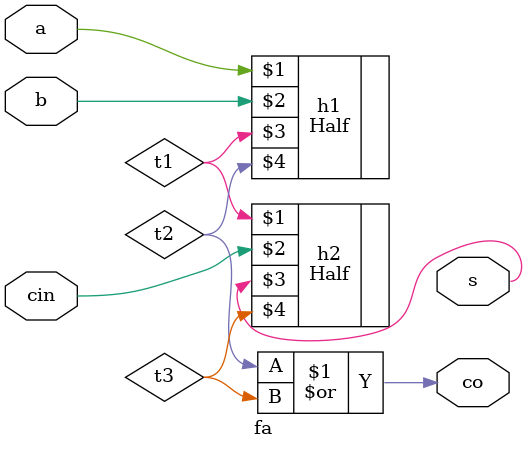
<source format=v>
`include "HalfAdder_1bit_logicexp.v"
module fa(a,b,cin,s,co);


input a ,b,cin;
output s,co;

Half h1(a,b,t1,t2); //t1 and t2 are intermediate wires
Half h2(t1,cin,s,t3);
or o1(co,t2,t3);

endmodule


</source>
